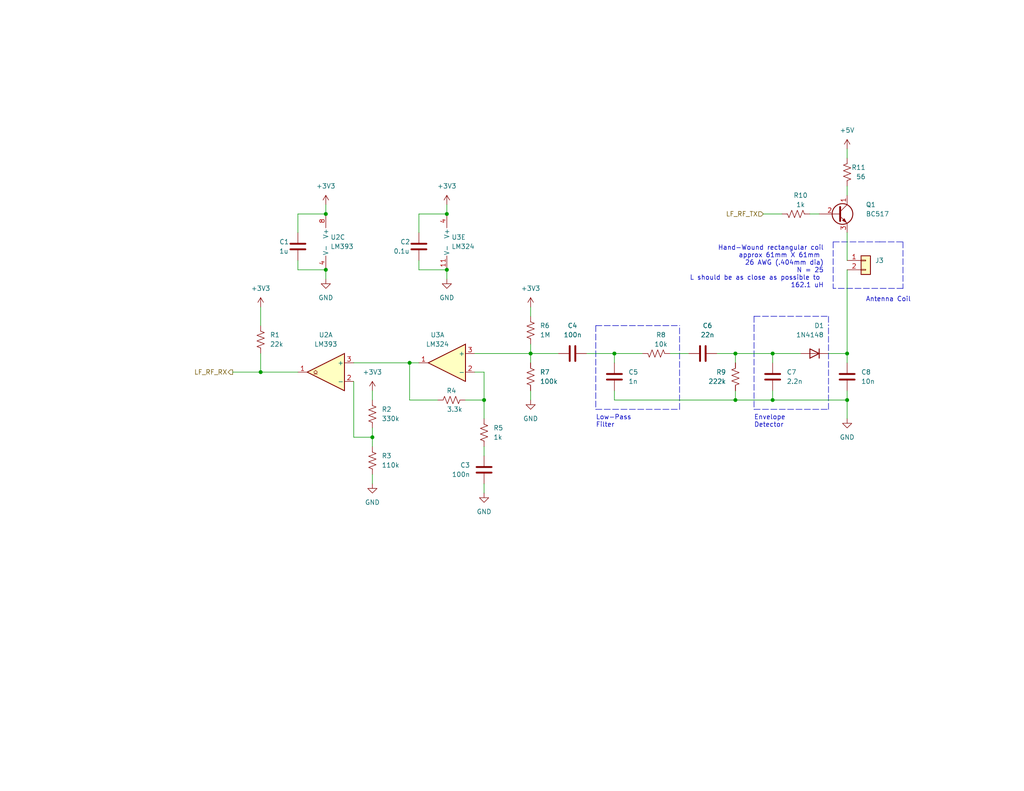
<source format=kicad_sch>
(kicad_sch (version 20211123) (generator eeschema)
  (paper "A")
  (title_block (title "Labpass RFID Reader - Low Frquency RF") (date "2022-04-16") (rev "1.0.0"))
  (lib_symbols
    (symbol "Amplifier_Operational:LM324" (pin_names (offset 0.127))
      (property "Reference" "U" (at 0 5.08 0))
      (property "Value" "LM324" (at 0 -5.08 0))
      (symbol "LM324_1_1"
        (polyline (pts (xy -5.08 5.08) (xy 5.08 0) (xy -5.08 -5.08) (xy -5.08 5.08)) (stroke (width 0.254)) (fill (type background)))
        (pin output line (at 7.62 0 180) (length 2.54) (name "~") (number "1"))
        (pin input line (at -7.62 -2.54 0) (length 2.54) (name "-") (number "2"))
        (pin input line (at -7.62 2.54 0) (length 2.54) (name "+") (number "3"))
      )
      (symbol "LM324_2_1"
        (polyline (pts (xy -5.08 5.08) (xy 5.08 0) (xy -5.08 -5.08) (xy -5.08 5.08)) (stroke (width 0.254)) (fill (type background)))
        (pin input line (at -7.62 2.54 0) (length 2.54) (name "+") (number "5"))
        (pin input line (at -7.62 -2.54 0) (length 2.54) (name "-") (number "6"))
        (pin output line (at 7.62 0 180) (length 2.54) (name "~") (number "7"))
      )
      (symbol "LM324_3_1"
        (polyline (pts (xy -5.08 5.08) (xy 5.08 0) (xy -5.08 -5.08) (xy -5.08 5.08)) (stroke (width 0.254)) (fill (type background)))
        (pin input line (at -7.62 2.54 0) (length 2.54) (name "+") (number "10"))
        (pin output line (at 7.62 0 180) (length 2.54) (name "~") (number "8"))
        (pin input line (at -7.62 -2.54 0) (length 2.54) (name "-") (number "9"))
      )
      (symbol "LM324_4_1"
        (polyline (pts (xy -5.08 5.08) (xy 5.08 0) (xy -5.08 -5.08) (xy -5.08 5.08)) (stroke (width 0.254)) (fill (type background)))
        (pin input line (at -7.62 2.54 0) (length 2.54) (name "+") (number "12"))
        (pin input line (at -7.62 -2.54 0) (length 2.54) (name "-") (number "13"))
        (pin output line (at 7.62 0 180) (length 2.54) (name "~") (number "14"))
      )
      (symbol "LM324_5_1"
        (pin power_in line (at -2.54 -7.62 90) (length 3.81) (name "V-") (number "11"))
        (pin power_in line (at -2.54 7.62 270) (length 3.81) (name "V+") (number "4"))
      )
    )
    (symbol "Comparator:LM393" (pin_names (offset 0.127))
      (property "Reference" "U" (at 3.81 3.81 0))
      (property "Value" "LM393" (at 6.35 -3.81 0))
      (symbol "LM393_1_1"
        (polyline (pts (xy -5.08 5.08) (xy 5.08 0) (xy -5.08 -5.08) (xy -5.08 5.08)) (stroke (width 0.254)) (fill (type background)))
        (polyline (pts (xy 3.302 -0.508) (xy 2.794 -0.508) (xy 3.302 0) (xy 2.794 0.508) (xy 2.286 0) (xy 2.794 -0.508) (xy 2.286 -0.508)) (stroke (width 0.127)))
        (pin open_collector line (at 7.62 0 180) (length 2.54) (name "~") (number "1"))
        (pin input line (at -7.62 -2.54 0) (length 2.54) (name "-") (number "2"))
        (pin input line (at -7.62 2.54 0) (length 2.54) (name "+") (number "3"))
      )
      (symbol "LM393_2_1"
        (polyline (pts (xy -5.08 5.08) (xy 5.08 0) (xy -5.08 -5.08) (xy -5.08 5.08)) (stroke (width 0.254)) (fill (type background)))
        (polyline (pts (xy 3.302 -0.508) (xy 2.794 -0.508) (xy 3.302 0) (xy 2.794 0.508) (xy 2.286 0) (xy 2.794 -0.508) (xy 2.286 -0.508)) (stroke (width 0.127)))
        (pin input line (at -7.62 2.54 0) (length 2.54) (name "+") (number "5"))
        (pin input line (at -7.62 -2.54 0) (length 2.54) (name "_") (number "6"))
        (pin open_collector line (at 7.62 0 180) (length 2.54) (name "~") (number "7"))
      )
      (symbol "LM393_3_1"
        (pin power_in line (at -2.54 -7.62 90) (length 3.81) (name "V-") (number "4"))
        (pin power_in line (at -2.54 7.62 270) (length 3.81) (name "V+") (number "8"))
      )
    )
    (symbol "Connector_Generic:Conn_01x02" (pin_names (offset 1.016) hide)
      (property "Reference" "J" (at 0 2.54 0))
      (property "Value" "Conn_01x02" (at 0 -5.08 0))
      (symbol "Conn_01x02_1_1"
        (rectangle (start -1.27 -2.413) (end 0 -2.667) (stroke (width 0.1524)))
        (rectangle (start -1.27 0.127) (end 0 -0.127) (stroke (width 0.1524)))
        (rectangle (start -1.27 1.27) (end 1.27 -3.81) (stroke (width 0.254)) (fill (type background)))
        (pin passive line (at -5.08 0 0) (length 3.81) (name "Pin_1") (number "1"))
        (pin passive line (at -5.08 -2.54 0) (length 3.81) (name "Pin_2") (number "2"))
      )
    )
    (symbol "Device:C" (pin_numbers hide) (pin_names (offset 0.254))
      (property "Reference" "C" (at 0.635 2.54 0))
      (property "Value" "C" (at 0.635 -2.54 0))
      (symbol "C_0_1"
        (polyline (pts (xy -2.032 -0.762) (xy 2.032 -0.762)) (stroke (width 0.508)))
        (polyline (pts (xy -2.032 0.762) (xy 2.032 0.762)) (stroke (width 0.508)))
      )
      (symbol "C_1_1"
        (pin passive line (at 0 3.81 270) (length 2.794) (name "~") (number "1"))
        (pin passive line (at 0 -3.81 90) (length 2.794) (name "~") (number "2"))
      )
    )
    (symbol "Device:D" (pin_numbers hide) (pin_names (offset 1.016) hide)
      (property "Reference" "D" (at 0 2.54 0))
      (property "Value" "D" (at 0 -2.54 0))
      (symbol "D_0_1"
        (polyline (pts (xy -1.27 1.27) (xy -1.27 -1.27)) (stroke (width 0.254)))
        (polyline (pts (xy 1.27 0) (xy -1.27 0)))
        (polyline (pts (xy 1.27 1.27) (xy 1.27 -1.27) (xy -1.27 0) (xy 1.27 1.27)) (stroke (width 0.254)))
      )
      (symbol "D_1_1"
        (pin passive line (at -3.81 0 0) (length 2.54) (name "K") (number "1"))
        (pin passive line (at 3.81 0 180) (length 2.54) (name "A") (number "2"))
      )
    )
    (symbol "Device:Q_NPN_CBE" (pin_names (offset 0) hide)
      (property "Reference" "Q" (at 5.08 1.27 0))
      (property "Value" "Q_NPN_CBE" (at 5.08 -1.27 0))
      (symbol "Q_NPN_CBE_0_1"
        (polyline (pts (xy 0.635 0.635) (xy 2.54 2.54)))
        (polyline (pts (xy 0.635 -0.635) (xy 2.54 -2.54) (xy 2.54 -2.54)))
        (polyline (pts (xy 0.635 1.905) (xy 0.635 -1.905) (xy 0.635 -1.905)) (stroke (width 0.508)))
        (polyline (pts (xy 1.27 -1.778) (xy 1.778 -1.27) (xy 2.286 -2.286) (xy 1.27 -1.778) (xy 1.27 -1.778)) (fill (type outline)))
        (circle (center 1.27 0) (radius 2.8194) (stroke (width 0.254)))
      )
      (symbol "Q_NPN_CBE_1_1"
        (pin passive line (at 2.54 5.08 270) (length 2.54) (name "C") (number "1"))
        (pin input line (at -5.08 0 0) (length 5.715) (name "B") (number "2"))
        (pin passive line (at 2.54 -5.08 90) (length 2.54) (name "E") (number "3"))
      )
    )
    (symbol "Device:R_US" (pin_numbers hide) (pin_names (offset 0))
      (property "Reference" "R" (at 2.54 0 90))
      (property "Value" "R_US" (at -2.54 0 90))
      (symbol "R_US_0_1"
        (polyline (pts (xy 0 -2.286) (xy 0 -2.54)))
        (polyline (pts (xy 0 2.286) (xy 0 2.54)))
        (polyline (pts (xy 0 -0.762) (xy 1.016 -1.143) (xy 0 -1.524) (xy -1.016 -1.905) (xy 0 -2.286)))
        (polyline (pts (xy 0 0.762) (xy 1.016 0.381) (xy 0 0) (xy -1.016 -0.381) (xy 0 -0.762)))
        (polyline (pts (xy 0 2.286) (xy 1.016 1.905) (xy 0 1.524) (xy -1.016 1.143) (xy 0 0.762)))
      )
      (symbol "R_US_1_1"
        (pin passive line (at 0 3.81 270) (length 1.27) (name "~") (number "1"))
        (pin passive line (at 0 -3.81 90) (length 1.27) (name "~") (number "2"))
      )
    )
    (symbol "power:+3.3V" (power) (pin_names (offset 0))
      (property "Value" "+3.3V" (at 0 3.556 0))
      (symbol "+3.3V_0_1"
        (polyline (pts (xy -0.762 1.27) (xy 0 2.54)))
        (polyline (pts (xy 0 0) (xy 0 2.54)))
        (polyline (pts (xy 0 2.54) (xy 0.762 1.27)))
      )
      (symbol "+3.3V_1_1"
        (pin power_in line (at 0 0 90) (length 0) hide (name "+3V3") (number "1"))
      )
    )
    (symbol "power:+5V" (power) (pin_names (offset 0))
      (property "Value" "+5V" (at 0 3.556 0))
      (symbol "+5V_0_1"
        (polyline (pts (xy -0.762 1.27) (xy 0 2.54)))
        (polyline (pts (xy 0 0) (xy 0 2.54)))
        (polyline (pts (xy 0 2.54) (xy 0.762 1.27)))
      )
      (symbol "+5V_1_1"
        (pin power_in line (at 0 0 90) (length 0) hide (name "+5V") (number "1"))
      )
    )
    (symbol "power:GND" (power) (pin_names (offset 0))
      (property "Value" "GND" (at 0 -3.81 0))
      (symbol "GND_0_1"
        (polyline (pts (xy 0 0) (xy 0 -1.27) (xy 1.27 -1.27) (xy 0 -2.54) (xy -1.27 -1.27) (xy 0 -1.27)))
      )
      (symbol "GND_1_1"
        (pin power_in line (at 0 0 270) (length 0) hide (name "GND") (number "1"))
      )
    )
  )
  (junction (at 88.9 58.42))
  (junction (at 132.08 109.22))
  (junction (at 111.76 99.06))
  (junction (at 200.66 109.22))
  (junction (at 144.78 96.52))
  (junction (at 167.64 96.52))
  (junction (at 210.82 96.52))
  (junction (at 231.14 109.22))
  (junction (at 88.9 73.66))
  (junction (at 200.66 96.52))
  (junction (at 71.12 101.6))
  (junction (at 231.14 96.52))
  (junction (at 210.82 109.22))
  (junction (at 121.92 58.42))
  (junction (at 101.6 119.38))
  (junction (at 121.92 73.66))
  (wire (pts (xy 182.88 96.52) (xy 187.96 96.52)))
  (wire (pts (xy 111.76 99.06) (xy 111.76 109.22)))
  (polyline (pts (xy 226.06 86.36) (xy 226.06 88.9)))
  (polyline (pts (xy 162.56 88.9) (xy 185.42 88.9)))
  (wire (pts (xy 167.64 109.22) (xy 200.66 109.22)))
  (wire (pts (xy 121.92 55.88) (xy 121.92 58.42)))
  (wire (pts (xy 111.76 99.06) (xy 114.3 99.06)))
  (wire (pts (xy 81.28 71.12) (xy 81.28 73.66)))
  (wire (pts (xy 101.6 116.84) (xy 101.6 119.38)))
  (wire (pts (xy 81.28 58.42) (xy 88.9 58.42)))
  (wire (pts (xy 144.78 83.82) (xy 144.78 86.36)))
  (wire (pts (xy 71.12 83.82) (xy 71.12 88.9)))
  (wire (pts (xy 144.78 93.98) (xy 144.78 96.52)))
  (wire (pts (xy 210.82 106.68) (xy 210.82 109.22)))
  (wire (pts (xy 144.78 96.52) (xy 144.78 99.06)))
  (wire (pts (xy 101.6 129.54) (xy 101.6 132.08)))
  (wire (pts (xy 160.02 96.52) (xy 167.64 96.52)))
  (wire (pts (xy 81.28 73.66) (xy 88.9 73.66)))
  (wire (pts (xy 210.82 96.52) (xy 210.82 99.06)))
  (wire (pts (xy 200.66 109.22) (xy 210.82 109.22)))
  (wire (pts (xy 167.64 106.68) (xy 167.64 109.22)))
  (wire (pts (xy 81.28 101.6) (xy 71.12 101.6)))
  (wire (pts (xy 210.82 96.52) (xy 218.44 96.52)))
  (wire (pts (xy 101.6 106.68) (xy 101.6 109.22)))
  (polyline (pts (xy 227.33 66.04) (xy 240.03 66.04)))
  (wire (pts (xy 132.08 101.6) (xy 132.08 109.22)))
  (wire (pts (xy 129.54 96.52) (xy 144.78 96.52)))
  (wire (pts (xy 144.78 106.68) (xy 144.78 109.22)))
  (wire (pts (xy 231.14 73.66) (xy 231.14 96.52)))
  (wire (pts (xy 167.64 96.52) (xy 167.64 99.06)))
  (wire (pts (xy 132.08 109.22) (xy 127 109.22)))
  (polyline (pts (xy 240.03 66.04) (xy 246.38 66.04)))
  (wire (pts (xy 88.9 55.88) (xy 88.9 58.42)))
  (wire (pts (xy 96.52 99.06) (xy 111.76 99.06)))
  (wire (pts (xy 132.08 132.08) (xy 132.08 134.62)))
  (wire (pts (xy 231.14 96.52) (xy 231.14 99.06)))
  (wire (pts (xy 210.82 109.22) (xy 231.14 109.22)))
  (wire (pts (xy 200.66 96.52) (xy 210.82 96.52)))
  (wire (pts (xy 231.14 40.64) (xy 231.14 43.18)))
  (polyline (pts (xy 205.74 111.76) (xy 226.06 111.76)))
  (polyline (pts (xy 162.56 88.9) (xy 162.56 111.76)))
  (wire (pts (xy 175.26 96.52) (xy 167.64 96.52)))
  (wire (pts (xy 200.66 106.68) (xy 200.66 109.22)))
  (wire (pts (xy 121.92 58.42) (xy 114.3 58.42)))
  (polyline (pts (xy 226.06 111.76) (xy 226.06 88.9)))
  (polyline (pts (xy 205.74 86.36) (xy 226.06 86.36)))
  (wire (pts (xy 231.14 50.8) (xy 231.14 53.34)))
  (polyline (pts (xy 246.38 78.74) (xy 227.33 78.74)))
  (wire (pts (xy 71.12 96.52) (xy 71.12 101.6)))
  (wire (pts (xy 129.54 101.6) (xy 132.08 101.6)))
  (wire (pts (xy 96.52 104.14) (xy 96.52 119.38)))
  (polyline (pts (xy 205.74 86.36) (xy 205.74 88.9)))
  (wire (pts (xy 226.06 96.52) (xy 231.14 96.52)))
  (wire (pts (xy 231.14 106.68) (xy 231.14 109.22)))
  (wire (pts (xy 200.66 96.52) (xy 200.66 99.06)))
  (wire (pts (xy 119.38 109.22) (xy 111.76 109.22)))
  (wire (pts (xy 208.28 58.42) (xy 213.36 58.42)))
  (wire (pts (xy 220.98 58.42) (xy 223.52 58.42)))
  (wire (pts (xy 231.14 63.5) (xy 231.14 71.12)))
  (polyline (pts (xy 162.56 111.76) (xy 185.42 111.76)))
  (polyline (pts (xy 246.38 66.04) (xy 246.38 78.74)))
  (wire (pts (xy 195.58 96.52) (xy 200.66 96.52)))
  (wire (pts (xy 114.3 71.12) (xy 114.3 73.66)))
  (wire (pts (xy 96.52 119.38) (xy 101.6 119.38)))
  (wire (pts (xy 144.78 96.52) (xy 152.4 96.52)))
  (polyline (pts (xy 205.74 88.9) (xy 205.74 111.76)))
  (wire (pts (xy 114.3 58.42) (xy 114.3 63.5)))
  (wire (pts (xy 81.28 63.5) (xy 81.28 58.42)))
  (polyline (pts (xy 185.42 111.76) (xy 185.42 88.9)))
  (wire (pts (xy 132.08 109.22) (xy 132.08 114.3)))
  (wire (pts (xy 121.92 73.66) (xy 121.92 76.2)))
  (wire (pts (xy 101.6 119.38) (xy 101.6 121.92)))
  (wire (pts (xy 132.08 121.92) (xy 132.08 124.46)))
  (wire (pts (xy 231.14 109.22) (xy 231.14 114.3)))
  (wire (pts (xy 63.5 101.6) (xy 71.12 101.6)))
  (polyline (pts (xy 227.33 66.04) (xy 227.33 78.74)))
  (wire (pts (xy 88.9 73.66) (xy 88.9 76.2)))
  (wire (pts (xy 114.3 73.66) (xy 121.92 73.66)))
  (text "Hand-Wound rectangular coil\napprox 61mm X 61mm \n26 AWG (.404mm dia)\nN = 25\nL should be as close as possible to \n162.1 uH" (at 224.79 78.74 0) (effects (font (size 1.27 1.27)) (justify right bottom)))
  (text "Antenna Coil" (at 236.22 82.55 0) (effects (font (size 1.27 1.27)) (justify left bottom)))
  (text "Envelope\nDetector" (at 205.74 116.84 0) (effects (font (size 1.27 1.27)) (justify left bottom)))
  (text "Low-Pass\nFilter" (at 162.56 116.84 0) (effects (font (size 1.27 1.27)) (justify left bottom)))
  (hierarchical_label "LF_RF_TX" (shape input) (at 208.28 58.42 180))
  (hierarchical_label "LF_RF_RX" (shape output) (at 63.5 101.6 180))
  (symbol (lib_id "Device:R_US") (at 144.78 102.87 0) (unit 1)
    (property "Reference" "R7" (at 147.32 101.6 0) (effects (justify left)))
    (property "Value" "100k" (at 147.32 104.1399 0) (effects (justify left)))
    (property "Footprint" "Resistor_SMD:R_0603_1608Metric" (effects hide))
  )
  (symbol (lib_id "Amplifier_Operational:LM324") (at 124.46 66.04 0) (unit 5)
    (property "Reference" "U3" (at 123.19 64.7699 0) (effects (justify left)))
    (property "Value" "LM324" (at 123.19 67.3099 0) (effects (justify left)))
    (property "Footprint" "Package_SO:SO-14_3.9x8.65mm_P1.27mm" (effects hide))
  )
  (symbol (lib_id "power:+5V") (at 231.14 40.64 0) (unit 1)
    (property "Reference" "#PWR011" (effects hide))
    (property "Value" "~" (at 231.14 35.56 0))
  )
  (symbol (lib_id "Device:R_US") (at 179.07 96.52 90) (mirror x) (unit 1)
    (property "Reference" "R8" (at 180.34 91.44 90))
    (property "Value" "10k" (at 180.34 93.98 90))
    (property "Footprint" "Resistor_SMD:R_0603_1608Metric" (effects hide))
  )
  (symbol (lib_id "Device:R_US") (at 101.6 125.73 0) (unit 1)
    (property "Reference" "R3" (at 104.14 124.46 0) (effects (justify left)))
    (property "Value" "110k" (at 104.14 126.9999 0) (effects (justify left)))
    (property "Footprint" "Resistor_SMD:R_0603_1608Metric" (effects hide))
  )
  (symbol (lib_id "power:+3.3V") (at 121.92 55.88 0) (unit 1)
    (property "Reference" "#PWR06" (effects hide))
    (property "Value" "+3.3V" (at 121.92 50.8 0))
  )
  (symbol (lib_id "Device:C") (at 231.14 102.87 0) (mirror y) (unit 1)
    (property "Reference" "C8" (at 234.95 101.5999 0) (effects (justify right)))
    (property "Value" "10n" (at 234.95 104.1399 0) (effects (justify right)))
    (property "Footprint" "Capacitor_SMD:C_0603_1608Metric" (effects hide))
    (property "Temp Coef" "NP0" (effects hide))
  )
  (symbol (lib_id "Comparator:LM393") (at 91.44 66.04 0) (unit 3)
    (property "Reference" "U2" (at 90.17 64.7699 0) (effects (justify left)))
    (property "Value" "LM393" (at 90.17 67.3099 0) (effects (justify left)))
    (property "Footprint" "Package_SO:SOIC-8_3.9x4.9mm_P1.27mm" (effects hide))
  )
  (symbol (lib_id "Device:R_US") (at 217.17 58.42 90) (mirror x) (unit 1)
    (property "Reference" "R10" (at 218.44 53.34 90))
    (property "Value" "1k" (at 218.44 55.88 90))
    (property "Footprint" "Resistor_SMD:R_0603_1608Metric" (effects hide))
  )
  (symbol (lib_id "Comparator:LM393") (at 88.9 101.6 0) (mirror y) (unit 1)
    (property "Reference" "U2" (at 88.9 91.44 0))
    (property "Value" "LM393" (at 88.9 93.98 0))
    (property "Footprint" "Package_SO:SOIC-8_3.9x4.9mm_P1.27mm" (effects hide))
  )
  (symbol (lib_id "Device:C") (at 191.77 96.52 270) (mirror x) (unit 1)
    (property "Reference" "C6" (at 193.04 88.9 90))
    (property "Value" "22n" (at 193.04 91.44 90))
    (property "Footprint" "Capacitor_SMD:C_0603_1608Metric" (effects hide))
    (property "Temp Coef" "NP0" (effects hide))
  )
  (symbol (lib_id "Device:R_US") (at 123.19 109.22 270) (unit 1)
    (property "Reference" "R4" (at 123.19 106.68 90))
    (property "Value" "3.3k" (at 121.92 111.76 90) (effects (justify left)))
    (property "Footprint" "Resistor_SMD:R_0603_1608Metric" (effects hide))
  )
  (symbol (lib_id "Device:C") (at 156.21 96.52 90) (unit 1)
    (property "Reference" "C4" (at 156.21 88.9 90))
    (property "Value" "100n" (at 158.75 91.44 90) (effects (justify left)))
    (property "Footprint" "Capacitor_SMD:C_0603_1608Metric" (effects hide))
    (property "Temp Coef" "NP0" (effects hide))
  )
  (symbol (lib_id "Device:R_US") (at 71.12 92.71 0) (unit 1)
    (property "Reference" "R1" (at 73.66 91.44 0) (effects (justify left)))
    (property "Value" "22k" (at 73.66 93.98 0) (effects (justify left)))
    (property "Footprint" "Resistor_SMD:R_0603_1608Metric" (effects hide))
  )
  (symbol (lib_id "Amplifier_Operational:LM324") (at 121.92 99.06 0) (mirror y) (unit 1)
    (property "Reference" "U3" (at 119.38 91.44 0))
    (property "Value" "LM324" (at 119.38 93.98 0))
    (property "Footprint" "Package_SO:SO-14_3.9x8.65mm_P1.27mm" (effects hide))
  )
  (symbol (lib_id "Device:R_US") (at 231.14 46.99 0) (mirror x) (unit 1)
    (property "Reference" "R11" (at 236.22 45.72 0) (effects (justify right)))
    (property "Value" "56" (at 236.22 48.26 0) (effects (justify right)))
    (property "Footprint" "Resistor_SMD:R_0603_1608Metric" (effects hide))
  )
  (symbol (lib_id "Device:C") (at 132.08 128.27 0) (mirror x) (unit 1)
    (property "Reference" "C3" (at 128.27 126.9999 0) (effects (justify right)))
    (property "Value" "100n" (at 128.27 129.5399 0) (effects (justify right)))
    (property "Footprint" "Capacitor_SMD:C_0603_1608Metric" (effects hide))
    (property "Temp Coef" "NP0" (effects hide))
  )
  (symbol (lib_id "Device:C") (at 167.64 102.87 0) (mirror y) (unit 1)
    (property "Reference" "C5" (at 171.45 101.5999 0) (effects (justify right)))
    (property "Value" "1n" (at 171.45 104.1399 0) (effects (justify right)))
    (property "Footprint" "Capacitor_SMD:C_0603_1608Metric" (effects hide))
    (property "Temp Coef" "NP0" (effects hide))
  )
  (symbol (lib_id "power:GND") (at 101.6 132.08 0) (unit 1)
    (property "Reference" "#PWR05" (effects hide))
    (property "Value" "~" (at 101.6 137.16 0))
  )
  (symbol (lib_id "Device:R_US") (at 200.66 102.87 0) (mirror x) (unit 1)
    (property "Reference" "R9" (at 198.12 101.5999 0) (effects (justify right)))
    (property "Value" "222k" (at 198.12 104.1399 0) (effects (justify right)))
    (property "Footprint" "Resistor_SMD:R_0603_1608Metric" (effects hide))
  )
  (symbol (lib_id "Device:R_US") (at 144.78 90.17 0) (unit 1)
    (property "Reference" "R6" (at 147.32 88.9 0) (effects (justify left)))
    (property "Value" "1M" (at 147.32 91.4399 0) (effects (justify left)))
    (property "Footprint" "Resistor_SMD:R_0603_1608Metric" (effects hide))
  )
  (symbol (lib_id "power:GND") (at 88.9 76.2 0) (unit 1)
    (property "Reference" "#PWR03" (effects hide))
    (property "Value" "GND" (at 88.9 81.28 0))
  )
  (symbol (lib_id "power:+3.3V") (at 101.6 106.68 0) (unit 1)
    (property "Reference" "#PWR04" (effects hide))
    (property "Value" "~" (at 101.6 101.6 0))
  )
  (symbol (lib_id "Device:R_US") (at 132.08 118.11 0) (unit 1)
    (property "Reference" "R5" (at 134.62 116.84 0) (effects (justify left)))
    (property "Value" "1k" (at 134.62 119.3799 0) (effects (justify left)))
    (property "Footprint" "Resistor_SMD:R_0603_1608Metric" (effects hide))
  )
  (symbol (lib_id "Device:D") (at 222.25 96.52 180) (unit 1)
    (property "Reference" "D1" (at 223.52 88.9 0))
    (property "Value" "1N4148" (at 220.98 91.44 0))
    (property "Footprint" "Diode_SMD:D_SOD-323F" (effects hide))
  )
  (symbol (lib_id "Device:Q_NPN_CBE") (at 228.6 58.42 0) (unit 1)
    (property "Reference" "Q1" (at 236.22 55.88 0) (effects (justify left)))
    (property "Value" "BC517" (at 236.22 58.42 0) (effects (justify left)))
    (property "Footprint" "Package_TO_SOT_THT:TO-92" (effects hide))
  )
  (symbol (lib_id "Device:C") (at 114.3 67.31 180) (unit 1)
    (property "Reference" "C2" (at 109.22 66.04 0) (effects (justify right)))
    (property "Value" "0.1u" (at 111.76 68.58 0) (effects (justify left)))
    (property "Footprint" "Capacitor_SMD:C_0603_1608Metric" (effects hide))
    (property "Temp Coef" "X5R" (effects hide))
  )
  (symbol (lib_id "Device:R_US") (at 101.6 113.03 0) (unit 1)
    (property "Reference" "R2" (at 104.14 111.76 0) (effects (justify left)))
    (property "Value" "330k" (at 104.14 114.3 0) (effects (justify left)))
    (property "Footprint" "Resistor_SMD:R_0603_1608Metric" (effects hide))
  )
  (symbol (lib_id "Connector_Generic:Conn_01x02") (at 236.22 71.12 0) (unit 1)
    (property "Reference" "J3" (at 238.76 71.1199 0) (effects (justify left)))
  )
  (symbol (lib_id "power:GND") (at 144.78 109.22 0) (unit 1)
    (property "Reference" "#PWR010" (effects hide))
    (property "Value" "GND" (at 144.78 114.3 0))
  )
  (symbol (lib_id "power:+3.3V") (at 71.12 83.82 0) (unit 1)
    (property "Reference" "#PWR01" (effects hide))
    (property "Value" "+3.3V" (at 71.12 78.74 0))
  )
  (symbol (lib_id "Device:C") (at 210.82 102.87 0) (mirror y) (unit 1)
    (property "Reference" "C7" (at 214.63 101.5999 0) (effects (justify right)))
    (property "Value" "2.2n" (at 214.63 104.1399 0) (effects (justify right)))
    (property "Footprint" "Capacitor_SMD:C_0603_1608Metric" (effects hide))
    (property "Temp Coef" "NP0" (effects hide))
  )
  (symbol (lib_id "power:GND") (at 231.14 114.3 0) (unit 1)
    (property "Reference" "#PWR012" (effects hide))
    (property "Value" "GND" (at 231.14 119.38 0))
  )
  (symbol (lib_id "power:+3.3V") (at 144.78 83.82 0) (unit 1)
    (property "Reference" "#PWR09" (effects hide))
    (property "Value" "+3.3V" (at 144.78 78.74 0))
  )
  (symbol (lib_id "power:GND") (at 121.92 76.2 0) (unit 1)
    (property "Reference" "#PWR07" (effects hide))
    (property "Value" "GND" (at 121.92 81.28 0))
  )
  (symbol (lib_id "Device:C") (at 81.28 67.31 0) (mirror y) (unit 1)
    (property "Reference" "C1" (at 76.2 66.04 0) (effects (justify right)))
    (property "Value" "1u" (at 78.74 68.5862 0) (effects (justify left)))
    (property "Footprint" "Capacitor_SMD:C_0603_1608Metric" (effects hide))
    (property "Temp Coef" "X5R" (effects hide))
  )
  (symbol (lib_id "power:GND") (at 132.08 134.62 0) (unit 1)
    (property "Reference" "#PWR08" (effects hide))
    (property "Value" "GND" (at 132.08 139.7 0))
  )
  (symbol (lib_id "power:+3.3V") (at 88.9 55.88 0) (unit 1)
    (property "Reference" "#PWR02" (effects hide))
    (property "Value" "+3.3V" (at 88.9 50.8 0))
  )
)
</source>
